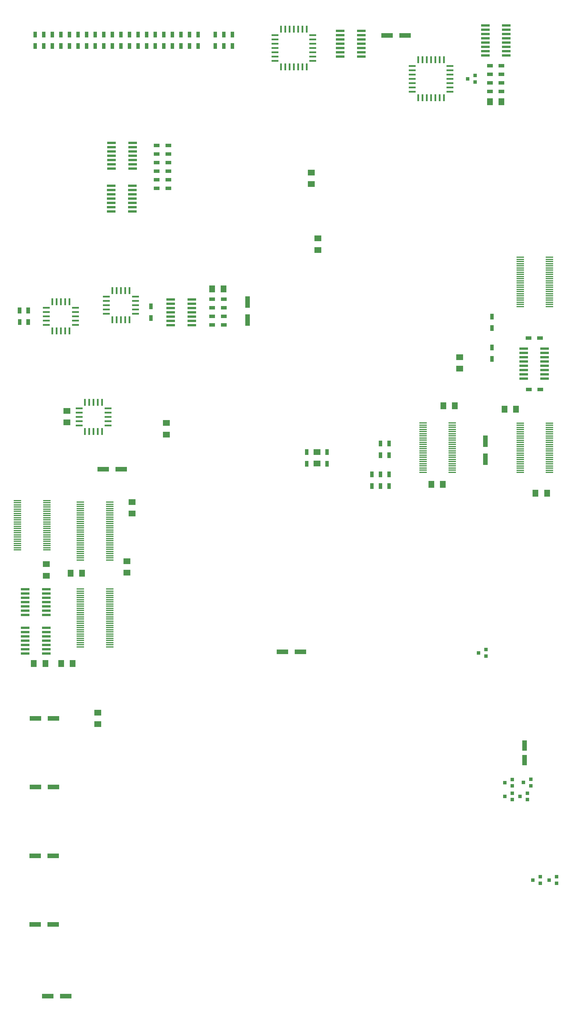
<source format=gbr>
G04 This is an RS-274x file exported by *
G04 gerbv version 2.7.0 *
G04 More information is available about gerbv at *
G04 http://gerbv.geda-project.org/ *
G04 --End of header info--*
%MOIN*%
%FSLAX36Y36*%
%IPPOS*%
G04 --Define apertures--*
%ADD10R,0.0433X0.0669*%
%ADD11R,0.0827X0.0669*%
%ADD12R,0.0669X0.0827*%
%ADD13R,0.0213X0.0827*%
%ADD14R,0.0827X0.0213*%
%ADD15R,0.1378X0.0551*%
%ADD16R,0.0551X0.1378*%
%ADD17R,0.0394X0.0394*%
%ADD18R,0.0669X0.0433*%
%ADD19R,0.0276X0.1024*%
%ADD20R,0.1024X0.0276*%
%ADD21R,0.0906X0.0118*%
%ADD22R,0.1220X0.0551*%
%ADD23R,0.0551X0.1220*%
%ADD24R,0.0276X0.0827*%
%ADD25R,0.1181X0.0669*%
%ADD26R,0.0669X0.1181*%
%ADD27R,0.1220X0.0866*%
%ADD28R,0.0866X0.1220*%
%ADD29R,0.1260X0.0906*%
%ADD30R,0.0669X0.1063*%
%ADD31R,0.0886X0.0118*%
%ADD32R,0.0118X0.0886*%
G04 --Start main section--*
G54D10*
G01X8031252Y0325000D03*
G01X8031252Y0459374D03*
G54D11*
G01X7409374Y-4278618D03*
G01X7409378Y-4412996D03*
G01X7050000Y-893756D03*
G01X7050000Y-759374D03*
G01X8209378Y-1034378D03*
G01X8209374Y-900000D03*
G01X7809378Y-1956252D03*
G01X7809374Y-1821874D03*
G01X6809378Y-2681252D03*
G01X6809374Y-2546874D03*
G01X7750000Y-2646878D03*
G01X7750000Y-2512500D03*
G54D12*
G01X7093748Y-2653126D03*
G01X7228130Y-2653122D03*
G01X6984374Y-3706252D03*
G01X7118756Y-3706248D03*
G01X6665626Y-3706252D03*
G01X6800004Y-3706248D03*
G01X11440626Y-700000D03*
G01X11575004Y-700000D03*
G01X12153126Y-740626D03*
G01X12287504Y-740622D03*
G01X12515626Y-1718748D03*
G01X12650004Y-1718748D03*
G01X11300000Y-1615626D03*
G01X11434378Y-1615622D03*
G54D11*
G01X11631252Y-131252D03*
G01X11631252Y-265630D03*
G01X9978126Y1253126D03*
G01X9978126Y1118748D03*
G01X9900000Y2021874D03*
G01X9900000Y1887496D03*
G54D12*
G01X12118756Y2846878D03*
G01X11984374Y2846874D03*
G54D14*
G01X7512500Y0475000D03*
G01X7512500Y0425000D03*
G01X7512500Y0375000D03*
G54D13*
G01X7581791Y0305709D03*
G01X7631791Y0305709D03*
G01X7681791Y0305709D03*
G01X7731791Y0305709D03*
G01X7781791Y0305709D03*
G54D14*
G01X7851083Y0375000D03*
G01X7851083Y0425000D03*
G01X7851083Y0475000D03*
G01X7851083Y0525000D03*
G01X7851083Y0575000D03*
G54D13*
G01X7781791Y0644291D03*
G01X7731791Y0644291D03*
G01X7681791Y0644291D03*
G01X7631791Y0644291D03*
G01X7581791Y0644291D03*
G54D14*
G01X7512500Y0575000D03*
G01X7512500Y0525000D03*
G01X6812500Y0343748D03*
G01X6812500Y0293748D03*
G01X6812500Y0243748D03*
G54D13*
G01X6881791Y0174457D03*
G01X6931791Y0174457D03*
G01X6981791Y0174457D03*
G01X7031791Y0174457D03*
G01X7081791Y0174457D03*
G54D14*
G01X7151083Y0243748D03*
G01X7151083Y0293748D03*
G01X7151083Y0343748D03*
G01X7151083Y0393748D03*
G01X7151083Y0443748D03*
G54D13*
G01X7081791Y0513039D03*
G01X7031791Y0513039D03*
G01X6981791Y0513039D03*
G01X6931791Y0513039D03*
G01X6881791Y0513039D03*
G54D14*
G01X6812500Y0443748D03*
G01X6812500Y0393748D03*
G54D15*
G01X6893752Y-4346878D03*
G01X6684378Y-4346878D03*
G01X6893748Y-5146874D03*
G01X6684374Y-5146874D03*
G01X6890626Y-5950004D03*
G01X6681252Y-5950004D03*
G01X6890626Y-6750000D03*
G01X6681252Y-6750000D03*
G01X7037500Y-7587500D03*
G01X6828126Y-7587500D03*
G01X9775000Y-3568752D03*
G01X9565626Y-3568752D03*
G01X7684378Y-1440630D03*
G01X7475000Y-1440630D03*
G54D13*
G01X7362500Y-997957D03*
G01X7412500Y-997957D03*
G01X7462500Y-997957D03*
G54D14*
G01X7531791Y-928665D03*
G01X7531791Y-878665D03*
G01X7531791Y-828665D03*
G01X7531791Y-778665D03*
G01X7531791Y-728665D03*
G54D13*
G01X7462500Y-659374D03*
G01X7412500Y-659374D03*
G01X7362500Y-659374D03*
G01X7312500Y-659374D03*
G01X7262500Y-659374D03*
G54D14*
G01X7193209Y-728665D03*
G01X7193209Y-778665D03*
G01X7193209Y-828665D03*
G01X7193209Y-878665D03*
G01X7193209Y-928665D03*
G54D13*
G01X7262500Y-997957D03*
G01X7312500Y-997957D03*
G54D14*
G01X9478126Y3475000D03*
G01X9478126Y3425000D03*
G01X9478126Y3375000D03*
G01X9478126Y3325000D03*
G54D13*
G01X9548598Y3254528D03*
G01X9598598Y3254528D03*
G01X9648598Y3254528D03*
G01X9698598Y3254528D03*
G01X9748598Y3254528D03*
G01X9798598Y3254528D03*
G01X9848598Y3254528D03*
G54D14*
G01X9919071Y3325000D03*
G01X9919071Y3375000D03*
G01X9919071Y3425000D03*
G01X9919071Y3475000D03*
G01X9919071Y3525000D03*
G01X9919071Y3575000D03*
G01X9919071Y3625000D03*
G54D13*
G01X9848598Y3695472D03*
G01X9798598Y3695472D03*
G01X9748598Y3695472D03*
G01X9698598Y3695472D03*
G01X9648598Y3695472D03*
G01X9598598Y3695472D03*
G01X9548598Y3695472D03*
G54D14*
G01X9478126Y3625000D03*
G01X9478126Y3575000D03*
G01X9478126Y3525000D03*
G01X11078126Y3115626D03*
G01X11078126Y3065626D03*
G01X11078126Y3015626D03*
G01X11078126Y2965626D03*
G54D13*
G01X11148598Y2895154D03*
G01X11198598Y2895154D03*
G01X11248598Y2895154D03*
G01X11298598Y2895154D03*
G01X11348598Y2895154D03*
G01X11398598Y2895154D03*
G01X11448598Y2895154D03*
G54D14*
G01X11519071Y2965626D03*
G01X11519071Y3015626D03*
G01X11519071Y3065626D03*
G01X11519071Y3115626D03*
G01X11519071Y3165626D03*
G01X11519071Y3215626D03*
G01X11519071Y3265626D03*
G54D13*
G01X11448598Y3336098D03*
G01X11398598Y3336098D03*
G01X11348598Y3336098D03*
G01X11298598Y3336098D03*
G01X11248598Y3336098D03*
G01X11198598Y3336098D03*
G01X11148598Y3336098D03*
G54D14*
G01X11078126Y3265626D03*
G01X11078126Y3215626D03*
G01X11078126Y3165626D03*
G54D15*
G01X10993752Y3621874D03*
G01X10784378Y3621874D03*
G54D17*
G01X12243748Y-5059374D03*
G01X12243748Y-5134177D03*
G01X12156346Y-5096776D03*
G01X12462500Y-5056252D03*
G01X12462500Y-5131055D03*
G01X12375098Y-5093654D03*
G01X12243748Y-5218748D03*
G01X12243748Y-5293551D03*
G01X12156346Y-5256150D03*
G01X12421874Y-5218748D03*
G01X12421874Y-5293551D03*
G01X12334472Y-5256150D03*
G01X12762500Y-6193748D03*
G01X12762500Y-6268551D03*
G01X12675098Y-6231150D03*
G01X12571874Y-6193748D03*
G01X12571874Y-6268551D03*
G01X12484472Y-6231150D03*
G01X11937500Y-3543748D03*
G01X11937500Y-3618551D03*
G01X11850098Y-3581150D03*
G01X11812500Y3153126D03*
G01X11812500Y3078323D03*
G01X11725098Y3115724D03*
G54D16*
G01X9156252Y0300000D03*
G01X9156252Y0509374D03*
G54D10*
G01X6681252Y3631252D03*
G01X6681252Y3496874D03*
G01X6781252Y3631252D03*
G01X6781252Y3496874D03*
G01X6881252Y3631252D03*
G01X6881252Y3496874D03*
G01X6981252Y3631252D03*
G01X6981252Y3496874D03*
G01X7081252Y3631252D03*
G01X7081252Y3496874D03*
G01X7181252Y3496874D03*
G01X7181252Y3631252D03*
G01X7281252Y3496874D03*
G01X7281252Y3631252D03*
G01X7381252Y3496874D03*
G01X7381252Y3631252D03*
G01X7481252Y3496874D03*
G01X7481252Y3631252D03*
G01X7581252Y3496874D03*
G01X7581252Y3631252D03*
G01X7681252Y3496874D03*
G01X7681252Y3631252D03*
G01X7781252Y3496874D03*
G01X7781252Y3631252D03*
G01X7881252Y3496874D03*
G01X7881252Y3631252D03*
G01X7981252Y3496874D03*
G01X7981252Y3631252D03*
G01X8081252Y3496874D03*
G01X8081252Y3631252D03*
G01X8181252Y3496874D03*
G01X8181252Y3631252D03*
G01X8281252Y3496874D03*
G01X8281252Y3631252D03*
G01X8381252Y3496874D03*
G01X8381252Y3631252D03*
G01X8481252Y3496874D03*
G01X8481252Y3631252D03*
G01X8581252Y3496874D03*
G01X8581252Y3631252D03*
G01X8981252Y3496874D03*
G01X8981252Y3631252D03*
G01X8781252Y3496874D03*
G01X8781252Y3631252D03*
G01X8881252Y3496874D03*
G01X8881252Y3631252D03*
G54D18*
G01X11982811Y3267189D03*
G01X12117185Y3267189D03*
G01X11982811Y3167189D03*
G01X12117185Y3167189D03*
G01X11982811Y3067189D03*
G01X12117185Y3067189D03*
G01X11982811Y2967189D03*
G01X12117185Y2967189D03*
G54D12*
G01X8878130Y0662504D03*
G01X8743748Y0662500D03*
G54D18*
G01X8745311Y0545315D03*
G01X8879685Y0545315D03*
G01X8745311Y0445315D03*
G01X8879685Y0445315D03*
G01X8745311Y0345315D03*
G01X8879685Y0345315D03*
G01X8745311Y0245315D03*
G01X8879685Y0245315D03*
G01X8098437Y2339063D03*
G01X8232811Y2339063D03*
G01X8098437Y2239063D03*
G01X8232811Y2239063D03*
G01X8098437Y2139063D03*
G01X8232811Y2139063D03*
G01X8098437Y2039063D03*
G01X8232811Y2039063D03*
G01X8098437Y1939063D03*
G01X8232811Y1939063D03*
G01X8098437Y1839063D03*
G01X8232811Y1839063D03*
G36*
G01X6578343Y0445965D02*
G01X6621650Y0445965D01*
G01X6621650Y0379035D01*
G01X6578343Y0379035D01*
G01X6578343Y0445965D01*
G37*
G36*
G01X6578343Y0311587D02*
G01X6621650Y0311591D01*
G01X6621650Y0244661D01*
G01X6578343Y0244657D01*
G01X6578343Y0311587D01*
G37*
G36*
G01X6478343Y0445965D02*
G01X6521650Y0445965D01*
G01X6521650Y0379035D01*
G01X6478343Y0379035D01*
G01X6478343Y0445965D01*
G37*
G54D10*
G01X6499996Y0278126D03*
G01X10706252Y-1275000D03*
G01X10706252Y-1140626D03*
G01X10806252Y-1275000D03*
G01X10806252Y-1140626D03*
G01X10606252Y-1634374D03*
G01X10606252Y-1500000D03*
G01X10706252Y-1634374D03*
G01X10706252Y-1500000D03*
G01X10806252Y-1634374D03*
G01X10806252Y-1500000D03*
G54D11*
G01X9967189Y-1239063D03*
G01X9967189Y-1373441D03*
G54D10*
G01X9846874Y-1375000D03*
G01X9846874Y-1240626D03*
G01X10084374Y-1375000D03*
G01X10084374Y-1240626D03*
G54D18*
G01X12435937Y-507811D03*
G01X12570307Y-507811D03*
G01X12432811Y0092189D03*
G01X12567185Y0092189D03*
G54D10*
G01X12006252Y0206252D03*
G01X12006252Y0340626D03*
G01X12006252Y-153126D03*
G01X12006252Y-018748D03*
G54D20*
G01X6812500Y-2840622D03*
G01X6812500Y-2890622D03*
G01X6812500Y-2940622D03*
G01X6812500Y-2990622D03*
G01X6812500Y-3040622D03*
G01X6812500Y-3090622D03*
G01X6812500Y-3140622D03*
G01X6565626Y-2840622D03*
G01X6565626Y-2890622D03*
G01X6565626Y-2940622D03*
G01X6565626Y-2990622D03*
G01X6565626Y-3040622D03*
G01X6565626Y-3090622D03*
G01X6565626Y-3140622D03*
G01X6812500Y-3290622D03*
G01X6812500Y-3340622D03*
G01X6812500Y-3390622D03*
G01X6812500Y-3440622D03*
G01X6812500Y-3490622D03*
G01X6812500Y-3540622D03*
G01X6812500Y-3590622D03*
G01X6565626Y-3290622D03*
G01X6565626Y-3340622D03*
G01X6565626Y-3390622D03*
G01X6565626Y-3440622D03*
G01X6565626Y-3490622D03*
G01X6565626Y-3540622D03*
G01X6565626Y-3590622D03*
G01X8506252Y0540626D03*
G01X8506252Y0490626D03*
G01X8506252Y0440626D03*
G01X8506252Y0390626D03*
G01X8506252Y0340626D03*
G01X8506252Y0290626D03*
G01X8506252Y0240626D03*
G01X8259378Y0540626D03*
G01X8259378Y0490626D03*
G01X8259378Y0440626D03*
G01X8259378Y0390626D03*
G01X8259378Y0340626D03*
G01X8259378Y0290626D03*
G01X8259378Y0240626D03*
G01X7815626Y1868748D03*
G01X7815626Y1818748D03*
G01X7815626Y1768748D03*
G01X7815626Y1718748D03*
G01X7815626Y1668748D03*
G01X7815626Y1618748D03*
G01X7815626Y1568748D03*
G01X7568752Y1868748D03*
G01X7568752Y1818748D03*
G01X7568752Y1768748D03*
G01X7568752Y1718748D03*
G01X7568752Y1668748D03*
G01X7568752Y1618748D03*
G01X7568752Y1568748D03*
G01X7818752Y2368748D03*
G01X7818752Y2318748D03*
G01X7818752Y2268748D03*
G01X7818752Y2218748D03*
G01X7818752Y2168748D03*
G01X7818752Y2118748D03*
G01X7818752Y2068748D03*
G01X7571874Y2368748D03*
G01X7571874Y2318748D03*
G01X7571874Y2268748D03*
G01X7571874Y2218748D03*
G01X7571874Y2168748D03*
G01X7571874Y2118748D03*
G01X7571874Y2068748D03*
G01X12621874Y-031252D03*
G01X12621874Y-081252D03*
G01X12621874Y-131252D03*
G01X12621874Y-181252D03*
G01X12621874Y-231252D03*
G01X12621874Y-281252D03*
G01X12621874Y-331252D03*
G01X12621874Y-381252D03*
G01X12378126Y-031252D03*
G01X12378126Y-081252D03*
G01X12378126Y-131252D03*
G01X12378126Y-181252D03*
G01X12378126Y-231252D03*
G01X12378126Y-281252D03*
G01X12378126Y-331252D03*
G01X12378126Y-381252D03*
G54D16*
G01X11931252Y-1321874D03*
G01X11931252Y-1112500D03*
G54D20*
G01X12175000Y3737500D03*
G01X12175000Y3687500D03*
G01X12175000Y3637500D03*
G01X12175000Y3587500D03*
G01X12175000Y3537500D03*
G01X12175000Y3487500D03*
G01X12175000Y3437500D03*
G01X12175000Y3387500D03*
G01X11931252Y3737500D03*
G01X11931252Y3687500D03*
G01X11931252Y3637500D03*
G01X11931252Y3587500D03*
G01X11931252Y3537500D03*
G01X11931252Y3487500D03*
G01X11931252Y3437500D03*
G01X11931252Y3387500D03*
G01X10484374Y3675000D03*
G01X10484374Y3625000D03*
G01X10484374Y3575000D03*
G01X10484374Y3525000D03*
G01X10484374Y3475000D03*
G01X10484374Y3425000D03*
G01X10484374Y3375000D03*
G01X10237500Y3675000D03*
G01X10237500Y3625000D03*
G01X10237500Y3575000D03*
G01X10237500Y3525000D03*
G01X10237500Y3475000D03*
G01X10237500Y3425000D03*
G01X10237500Y3375000D03*
G54D21*
G01X6475000Y-1804713D03*
G01X6475000Y-1829713D03*
G01X6475000Y-1854713D03*
G01X6475000Y-1879713D03*
G01X6475000Y-1904713D03*
G01X6475000Y-1929713D03*
G01X6475000Y-1954713D03*
G01X6475000Y-1979713D03*
G01X6475000Y-2004713D03*
G01X6475000Y-2029713D03*
G01X6475000Y-2054713D03*
G01X6475000Y-2079713D03*
G01X6475000Y-2104713D03*
G01X6475000Y-2129713D03*
G01X6475000Y-2154713D03*
G01X6475000Y-2179713D03*
G01X6475000Y-2204713D03*
G01X6475000Y-2229713D03*
G01X6475000Y-2254713D03*
G01X6475000Y-2279713D03*
G01X6475000Y-2304713D03*
G01X6475000Y-2329713D03*
G01X6475000Y-2354713D03*
G01X6475000Y-2379713D03*
G01X6817189Y-1804713D03*
G01X6817189Y-1829713D03*
G01X6817189Y-1854713D03*
G01X6817189Y-1879713D03*
G01X6817189Y-1904713D03*
G01X6817189Y-1929713D03*
G01X6817189Y-1954713D03*
G01X6817189Y-1979713D03*
G01X6817189Y-2004713D03*
G01X6817189Y-2029713D03*
G01X6817189Y-2054713D03*
G01X6817189Y-2079713D03*
G01X6817189Y-2104713D03*
G01X6817189Y-2129713D03*
G01X6817189Y-2154713D03*
G01X6817189Y-2179713D03*
G01X6817189Y-2204713D03*
G01X6817189Y-2229713D03*
G01X6817189Y-2254713D03*
G01X6817189Y-2279713D03*
G01X6817189Y-2304713D03*
G01X6817189Y-2329713D03*
G01X6817189Y-2354713D03*
G01X6817189Y-2379713D03*
G01X11203126Y-900000D03*
G01X11203126Y-925000D03*
G01X11203126Y-950000D03*
G01X11203126Y-975000D03*
G01X11203126Y-1000000D03*
G01X11203126Y-1025000D03*
G01X11203126Y-1050000D03*
G01X11203126Y-1075000D03*
G01X11203126Y-1100000D03*
G01X11203126Y-1125000D03*
G01X11203126Y-1150000D03*
G01X11203126Y-1175000D03*
G01X11203126Y-1200000D03*
G01X11203126Y-1225000D03*
G01X11203126Y-1250000D03*
G01X11203126Y-1275000D03*
G01X11203126Y-1300000D03*
G01X11203126Y-1325000D03*
G01X11203126Y-1350000D03*
G01X11203126Y-1375000D03*
G01X11203126Y-1400000D03*
G01X11203126Y-1425000D03*
G01X11203126Y-1450000D03*
G01X11203126Y-1475000D03*
G01X11545311Y-900000D03*
G01X11545311Y-925000D03*
G01X11545311Y-950000D03*
G01X11545311Y-975000D03*
G01X11545315Y-1000000D03*
G01X11545315Y-1025000D03*
G01X11545315Y-1050000D03*
G01X11545315Y-1075000D03*
G01X11545311Y-1100000D03*
G01X11545311Y-1125000D03*
G01X11545311Y-1150000D03*
G01X11545311Y-1175000D03*
G01X11545315Y-1200000D03*
G01X11545315Y-1225000D03*
G01X11545315Y-1250000D03*
G01X11545315Y-1275000D03*
G01X11545311Y-1300000D03*
G01X11545311Y-1325000D03*
G01X11545311Y-1350000D03*
G01X11545311Y-1375000D03*
G01X11545315Y-1400000D03*
G01X11545315Y-1425000D03*
G01X11545315Y-1450000D03*
G01X11545315Y-1475000D03*
G01X12335937Y1032811D03*
G01X12335937Y1007811D03*
G01X12335937Y0982811D03*
G01X12335937Y0957811D03*
G01X12335937Y0932811D03*
G01X12335937Y0907811D03*
G01X12335937Y0882811D03*
G01X12335937Y0857811D03*
G01X12335937Y0832811D03*
G01X12335937Y0807811D03*
G01X12335937Y0782811D03*
G01X12335937Y0757811D03*
G01X12335937Y0732811D03*
G01X12335937Y0707811D03*
G01X12335937Y0682811D03*
G01X12335937Y0657811D03*
G01X12335937Y0632811D03*
G01X12335937Y0607811D03*
G01X12335937Y0582811D03*
G01X12335937Y0557811D03*
G01X12335937Y0532811D03*
G01X12335937Y0507811D03*
G01X12335937Y0482811D03*
G01X12335937Y0457811D03*
G01X12678126Y1032811D03*
G01X12678126Y1007811D03*
G01X12678126Y0982811D03*
G01X12678126Y0957811D03*
G01X12678126Y0932811D03*
G01X12678126Y0907811D03*
G01X12678126Y0882811D03*
G01X12678126Y0857811D03*
G01X12678126Y0832811D03*
G01X12678126Y0807811D03*
G01X12678126Y0782811D03*
G01X12678126Y0757811D03*
G01X12678126Y0732811D03*
G01X12678126Y0707811D03*
G01X12678126Y0682811D03*
G01X12678126Y0657811D03*
G01X12678126Y0632811D03*
G01X12678126Y0607811D03*
G01X12678126Y0582811D03*
G01X12678126Y0557811D03*
G01X12678126Y0532811D03*
G01X12678126Y0507811D03*
G01X12678126Y0482811D03*
G01X12678126Y0457811D03*
G01X12335937Y-901563D03*
G01X12335937Y-926563D03*
G01X12335937Y-951563D03*
G01X12335937Y-976563D03*
G01X12335937Y-1001563D03*
G01X12335937Y-1026563D03*
G01X12335937Y-1051563D03*
G01X12335937Y-1076563D03*
G01X12335937Y-1101563D03*
G01X12335937Y-1126563D03*
G01X12335937Y-1151563D03*
G01X12335937Y-1176563D03*
G01X12335937Y-1201563D03*
G01X12335937Y-1226563D03*
G01X12335937Y-1251563D03*
G01X12335937Y-1276563D03*
G01X12335937Y-1301563D03*
G01X12335937Y-1326563D03*
G01X12335937Y-1351563D03*
G01X12335937Y-1376563D03*
G01X12335937Y-1401563D03*
G01X12335937Y-1426563D03*
G01X12335937Y-1451563D03*
G01X12335937Y-1476563D03*
G01X12678126Y-901563D03*
G01X12678126Y-926563D03*
G01X12678126Y-951563D03*
G01X12678126Y-976563D03*
G01X12678126Y-1001563D03*
G01X12678126Y-1026563D03*
G01X12678126Y-1051563D03*
G01X12678126Y-1076563D03*
G01X12678126Y-1101563D03*
G01X12678126Y-1126563D03*
G01X12678126Y-1151563D03*
G01X12678126Y-1176563D03*
G01X12678126Y-1201563D03*
G01X12678126Y-1226563D03*
G01X12678126Y-1251563D03*
G01X12678126Y-1276563D03*
G01X12678126Y-1301563D03*
G01X12678126Y-1326563D03*
G01X12678126Y-1351563D03*
G01X12678126Y-1376563D03*
G01X12678126Y-1401563D03*
G01X12678126Y-1426563D03*
G01X12678126Y-1451563D03*
G01X12678126Y-1476563D03*
G01X7207811Y-1823465D03*
G01X7207811Y-1848465D03*
G01X7207811Y-1873465D03*
G01X7207811Y-1898465D03*
G01X7207811Y-1923465D03*
G01X7207811Y-1948465D03*
G01X7207811Y-1973465D03*
G01X7207811Y-1998465D03*
G01X7207811Y-2023465D03*
G01X7207811Y-2048465D03*
G01X7207811Y-2073465D03*
G01X7207811Y-2098465D03*
G01X7207811Y-2123465D03*
G01X7207811Y-2148465D03*
G01X7207811Y-2173465D03*
G01X7207811Y-2198465D03*
G01X7207811Y-2223465D03*
G01X7207811Y-2248465D03*
G01X7207811Y-2273465D03*
G01X7207811Y-2298465D03*
G01X7207811Y-2323465D03*
G01X7207811Y-2348465D03*
G01X7207811Y-2373465D03*
G01X7207811Y-2398465D03*
G01X7207811Y-2423465D03*
G01X7207811Y-2448465D03*
G01X7207811Y-2473465D03*
G01X7207811Y-2498465D03*
G01X7551563Y-1823465D03*
G01X7551563Y-1848465D03*
G01X7551563Y-1873465D03*
G01X7551563Y-1898465D03*
G01X7551563Y-1923465D03*
G01X7551563Y-1948465D03*
G01X7551563Y-1973465D03*
G01X7551563Y-1998465D03*
G01X7551563Y-2023465D03*
G01X7551563Y-2048465D03*
G01X7551563Y-2073465D03*
G01X7551563Y-2098465D03*
G01X7551563Y-2123465D03*
G01X7551563Y-2148465D03*
G01X7551563Y-2173465D03*
G01X7551563Y-2198465D03*
G01X7551563Y-2223465D03*
G01X7551563Y-2248465D03*
G01X7551563Y-2273465D03*
G01X7551563Y-2298465D03*
G01X7551563Y-2323465D03*
G01X7551563Y-2348465D03*
G01X7551563Y-2373465D03*
G01X7551563Y-2398465D03*
G01X7551563Y-2423465D03*
G01X7551563Y-2448465D03*
G01X7551563Y-2473465D03*
G01X7551563Y-2498465D03*
G01X7207811Y-2835961D03*
G01X7207811Y-2860961D03*
G01X7207811Y-2885961D03*
G01X7207811Y-2910961D03*
G01X7207811Y-2935961D03*
G01X7207811Y-2960961D03*
G01X7207811Y-2985961D03*
G01X7207811Y-3010961D03*
G01X7207811Y-3035961D03*
G01X7207811Y-3060961D03*
G01X7207811Y-3085961D03*
G01X7207811Y-3110961D03*
G01X7207811Y-3135961D03*
G01X7207811Y-3160961D03*
G01X7207811Y-3185961D03*
G01X7207811Y-3210961D03*
G01X7207811Y-3235961D03*
G01X7207811Y-3260961D03*
G01X7207811Y-3285961D03*
G01X7207811Y-3310961D03*
G01X7207811Y-3335961D03*
G01X7207811Y-3360961D03*
G01X7207811Y-3385961D03*
G01X7207811Y-3410961D03*
G01X7207811Y-3435961D03*
G01X7207811Y-3460961D03*
G01X7207811Y-3485961D03*
G01X7207811Y-3510961D03*
G01X7551563Y-2835961D03*
G01X7551563Y-2860961D03*
G01X7551563Y-2885961D03*
G01X7551563Y-2910961D03*
G01X7551563Y-2935961D03*
G01X7551563Y-2960961D03*
G01X7551563Y-2985961D03*
G01X7551563Y-3010961D03*
G01X7551563Y-3035961D03*
G01X7551563Y-3060961D03*
G01X7551563Y-3085961D03*
G01X7551563Y-3110961D03*
G01X7551563Y-3135961D03*
G01X7551563Y-3160961D03*
G01X7551563Y-3185961D03*
G01X7551563Y-3210961D03*
G01X7551563Y-3235961D03*
G01X7551563Y-3260961D03*
G01X7551563Y-3285961D03*
G01X7551563Y-3310961D03*
G01X7551563Y-3335961D03*
G01X7551563Y-3360961D03*
G01X7551563Y-3385961D03*
G01X7551563Y-3410961D03*
G01X7551563Y-3435961D03*
G01X7551563Y-3460961D03*
G01X7551563Y-3485961D03*
G01X7551563Y-3510961D03*
G54D23*
G01X12387500Y-4662500D03*
G01X12387500Y-4831252D03*
M02*

</source>
